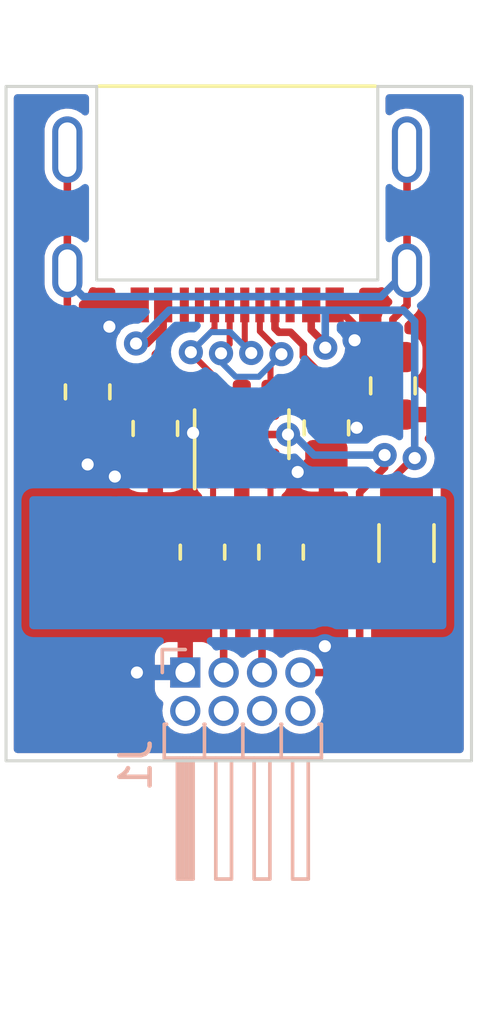
<source format=kicad_pcb>
(kicad_pcb (version 20211014) (generator pcbnew)
  (layers (0 "F.Cu" signal) (31 "B.Cu" signal) (34 "B.Paste" user) (35 "F.Paste" user) (36 "B.SilkS" user "B.Silkscreen") (37 "F.SilkS" user "F.Silkscreen") (38 "B.Mask" user) (39 "F.Mask" user) (44 "Edge.Cuts" user))
  (net 0 "")
  (net 1 "Net-(27R1-Pad1)")
  (net 2 "/d+")
  (net 3 "GND")
  (net 4 "Earth")
  (net 5 "Net-(F1-Pad1)")
  (net 6 "/vbus")
  (net 7 "Net-(R27R1-Pad1)")
  (net 8 "Net-(J2-PadA5)")
  (net 9 "/dbus+")
  (net 10 "/dbus-")
  (net 12 "Net-(J2-PadB5)")
  (net 14 "/d-")
  (footprint "Capacitor_SMD:C_0805_2012Metric" (layer "F.Cu") (at 145.61 93.13 90)
    (fp_text reference "C1" hide)
    (fp_text value "1nF")
    (fp_line (start -0.261252 -0.735) (end 0.261252 -0.735) (layer "F.SilkS") (width 0.12))
    (fp_line (start -0.261252 0.735) (end 0.261252 0.735) (layer "F.SilkS") (width 0.12))
    (pad "1" smd roundrect (at -0.95 0 90) (size 1 1.45) (layers "F.Cu" "F.Paste" "F.Mask") (net 3 "GND"))
    (pad "2" smd roundrect (at 0.95 0 90) (size 1 1.45) (layers "F.Cu" "F.Paste" "F.Mask") (net 4 "Earth"))
  )
  (footprint "Resistor_SMD:R_0805_2012Metric" (layer "F.Cu") (at 141.91 98.63 90)
    (fp_text reference "R27R1" hide)
    (fp_text value "R_Small")
    (fp_line (start -0.227064 -0.735) (end 0.227064 -0.735) (layer "F.SilkS") (width 0.12))
    (fp_line (start -0.227064 0.735) (end 0.227064 0.735) (layer "F.SilkS") (width 0.12))
    (pad "1" smd roundrect (at -0.9125 0 90) (size 1.025 1.4) (layers "F.Cu" "F.Paste" "F.Mask") (roundrect_rratio 0.243902439) (net 7 "Net-(R27R1-Pad1)"))
    (pad "2" smd roundrect (at 0.9125 0 90) (size 1.025 1.4) (layers "F.Cu" "F.Paste" "F.Mask") (roundrect_rratio 0.243902439) (net 14 "/d-"))
  )
  (footprint "Package_TO_SOT_SMD:SOT-23-6" (layer "F.Cu") (at 140.61 94.73 90)
    (fp_text reference "U1" hide)
    (fp_text value "USBLC6-2SC6")
    (fp_line (start 0 1.56) (end 0.8 1.56) (layer "F.SilkS") (width 0.12))
    (fp_line (start 0 1.56) (end -0.8 1.56) (layer "F.SilkS") (width 0.12))
    (fp_line (start 0 -1.56) (end 0.8 -1.56) (layer "F.SilkS") (width 0.12))
    (fp_line (start 0 -1.56) (end -1.8 -1.56) (layer "F.SilkS") (width 0.12))
    (pad "1" smd roundrect (at -1.1375 -0.95 90) (size 1.325 0.6) (layers "F.Cu" "F.Paste" "F.Mask") (net 2 "/d+"))
    (pad "2" smd roundrect (at -1.1375 0 90) (size 1.325 0.6) (layers "F.Cu" "F.Paste" "F.Mask") (net 3 "GND"))
    (pad "3" smd roundrect (at -1.1375 0.95 90) (size 1.325 0.6) (layers "F.Cu" "F.Paste" "F.Mask") (net 14 "/d-"))
    (pad "4" smd roundrect (at 1.1375 0.95 90) (size 1.325 0.6) (layers "F.Cu" "F.Paste" "F.Mask") (net 10 "/dbus-"))
    (pad "5" smd roundrect (at 1.1375 0 90) (size 1.325 0.6) (layers "F.Cu" "F.Paste" "F.Mask") (net 6 "/vbus"))
    (pad "6" smd roundrect (at 1.1375 -0.95 90) (size 1.325 0.6) (layers "F.Cu" "F.Paste" "F.Mask") (net 9 "/dbus+"))
  )
  (footprint "Fuse:Fuse_1206_3216Metric" (layer "F.Cu") (at 146.06 98.33 -90)
    (fp_text reference "F1" hide)
    (fp_text value "500mA")
    (fp_line (start -0.602064 0.91) (end 0.602064 0.91) (layer "F.SilkS") (width 0.12))
    (fp_line (start -0.602064 -0.91) (end 0.602064 -0.91) (layer "F.SilkS") (width 0.12))
    (pad "1" smd roundrect (at -1.4 0 270) (size 1.25 1.75) (layers "F.Cu" "F.Paste" "F.Mask") (roundrect_rratio 0.2) (net 5 "Net-(F1-Pad1)"))
    (pad "2" smd roundrect (at 1.4 0 270) (size 1.25 1.75) (layers "F.Cu" "F.Paste" "F.Mask") (roundrect_rratio 0.2) (net 6 "/vbus"))
  )
  (footprint "Resistor_SMD:R_0805_2012Metric_Pad1.20x1.40mm_HandSolder" (layer "F.Cu") (at 143.41 94.52 -90)
    (fp_text reference "R1" hide)
    (fp_text value "5.1k")
    (fp_line (start -0.227064 -0.735) (end 0.227064 -0.735) (layer "F.SilkS") (width 0.12))
    (fp_line (start -0.227064 0.735) (end 0.227064 0.735) (layer "F.SilkS") (width 0.12))
    (pad "1" smd roundrect (at -1 0 270) (size 1.2 1.4) (layers "F.Cu" "F.Paste" "F.Mask") (roundrect_rratio 0.2083333333) (net 8 "Net-(J2-PadA5)"))
    (pad "2" smd roundrect (at 1 0 270) (size 1.2 1.4) (layers "F.Cu" "F.Paste" "F.Mask") (roundrect_rratio 0.2083333333) (net 3 "GND"))
  )
  (footprint "Resistor_SMD:R_0805_2012Metric" (layer "F.Cu") (at 139.31 98.63 90)
    (fp_text reference "27R1" hide)
    (fp_text value "R_Small")
    (fp_line (start -0.227064 0.735) (end 0.227064 0.735) (layer "F.SilkS") (width 0.12))
    (fp_line (start -0.227064 -0.735) (end 0.227064 -0.735) (layer "F.SilkS") (width 0.12))
    (pad "1" smd roundrect (at -0.9125 0 90) (size 1.025 1.4) (layers "F.Cu" "F.Paste" "F.Mask") (roundrect_rratio 0.243902439) (net 1 "Net-(27R1-Pad1)"))
    (pad "2" smd roundrect (at 0.9125 0 90) (size 1.025 1.4) (layers "F.Cu" "F.Paste" "F.Mask") (roundrect_rratio 0.243902439) (net 2 "/d+"))
  )
  (footprint "Resistor_SMD:R_0805_2012Metric_Pad1.20x1.40mm_HandSolder" (layer "F.Cu") (at 135.51 93.33 -90)
    (fp_text reference "R3" hide)
    (fp_text value "1M")
    (fp_line (start -0.227064 0.735) (end 0.227064 0.735) (layer "F.SilkS") (width 0.12))
    (fp_line (start -0.227064 -0.735) (end 0.227064 -0.735) (layer "F.SilkS") (width 0.12))
    (pad "1" smd roundrect (at -1 0 270) (size 1.2 1.4) (layers "F.Cu" "F.Paste" "F.Mask") (roundrect_rratio 0.2083333333) (net 4 "Earth"))
    (pad "2" smd roundrect (at 1 0 270) (size 1.2 1.4) (layers "F.Cu" "F.Paste" "F.Mask") (roundrect_rratio 0.2083333333) (net 3 "GND"))
  )
  (footprint "Resistor_SMD:R_0805_2012Metric_Pad1.20x1.40mm_HandSolder" (layer "F.Cu") (at 137.75 94.54 -90)
    (fp_text reference "R2" hide)
    (fp_text value "5.1k")
    (fp_line (start -0.227064 0.735) (end 0.227064 0.735) (layer "F.SilkS") (width 0.12))
    (fp_line (start -0.227064 -0.735) (end 0.227064 -0.735) (layer "F.SilkS") (width 0.12))
    (pad "1" smd roundrect (at -1 0 270) (size 1.2 1.4) (layers "F.Cu" "F.Paste" "F.Mask") (roundrect_rratio 0.2083333333) (net 12 "Net-(J2-PadB5)"))
    (pad "2" smd roundrect (at 1 0 270) (size 1.2 1.4) (layers "F.Cu" "F.Paste" "F.Mask") (roundrect_rratio 0.2083333333) (net 3 "GND"))
  )
  (footprint "weteor:USB-C-12-Pin-MidMount" (layer "F.Cu") (at 140.45825 83.22)
    (fp_text reference "J2" hide)
    (fp_text value "USB_C Main")
    (fp_line (start 4.572 0) (end -4.572 0) (layer "F.SilkS") (width 0.12))
    (pad "A1" smd rect (at 3.225 7.235) (size 0.6 1.15) (layers "F.Cu" "F.Paste" "F.Mask") (net 3 "GND"))
    (pad "A4" smd rect (at 2.45 7.235) (size 0.6 1.15) (layers "F.Cu" "F.Paste" "F.Mask") (net 5 "Net-(F1-Pad1)"))
    (pad "A5" smd rect (at 1.25 7.235) (size 0.3 1.15) (layers "F.Cu" "F.Paste" "F.Mask") (net 8 "Net-(J2-PadA5)"))
    (pad "A6" smd rect (at 0.25 7.235) (size 0.3 1.15) (layers "F.Cu" "F.Paste" "F.Mask") (net 9 "/dbus+"))
    (pad "A7" smd rect (at -0.25 7.235) (size 0.3 1.15) (layers "F.Cu" "F.Paste" "F.Mask") (net 10 "/dbus-"))
    (pad "A8" smd rect (at -1.25 7.235) (size 0.3 1.15) (layers "F.Cu" "F.Paste" "F.Mask"))
    (pad "A9" smd rect (at -2.45 7.235) (size 0.6 1.15) (layers "F.Cu" "F.Paste" "F.Mask") (net 5 "Net-(F1-Pad1)"))
    (pad "A12" smd rect (at -3.225 7.235) (size 0.6 1.15) (layers "F.Cu" "F.Paste" "F.Mask") (net 3 "GND"))
    (pad "B1" smd rect (at -3.225 7.235) (size 0.6 1.15) (layers "F.Cu" "F.Paste" "F.Mask") (net 3 "GND"))
    (pad "B4" smd rect (at -2.45 7.235) (size 0.6 1.15) (layers "F.Cu" "F.Paste" "F.Mask") (net 5 "Net-(F1-Pad1)"))
    (pad "B5" smd rect (at -1.75 7.235) (size 0.3 1.15) (layers "F.Cu" "F.Paste" "F.Mask") (net 12 "Net-(J2-PadB5)"))
    (pad "B6" smd rect (at -0.75 7.235) (size 0.3 1.15) (layers "F.Cu" "F.Paste" "F.Mask") (net 9 "/dbus+"))
    (pad "B7" smd rect (at 0.75 7.235) (size 0.3 1.15) (layers "F.Cu" "F.Paste" "F.Mask") (net 10 "/dbus-"))
    (pad "B8" smd rect (at 1.75 7.235) (size 0.3 1.15) (layers "F.Cu" "F.Paste" "F.Mask"))
    (pad "B9" smd rect (at 2.45 7.235) (size 0.6 1.15) (layers "F.Cu" "F.Paste" "F.Mask") (net 5 "Net-(F1-Pad1)"))
    (pad "B12" smd rect (at 3.225 7.235) (size 0.6 1.15) (layers "F.Cu" "F.Paste" "F.Mask") (net 3 "GND"))
    (pad "S1" thru_hole oval (at -5.62 2.1) (size 1 2.2) (drill oval 0.6 1.8) (layers *.Cu *.Mask) (net 4 "Earth"))
    (pad "S1" thru_hole oval (at 5.62 6.1) (size 1 1.8) (drill oval 0.6 1.4) (layers *.Cu *.Mask) (net 4 "Earth"))
    (pad "S1" thru_hole oval (at -5.62 6.1) (size 1 1.8) (drill oval 0.6 1.4) (layers *.Cu *.Mask) (net 4 "Earth"))
    (pad "S1" thru_hole oval (at 5.62 2.1) (size 1 2.2) (drill oval 0.6 1.8) (layers *.Cu *.Mask) (net 4 "Earth"))
  )
  (footprint "Connector_PinHeader_1.27mm:PinHeader_2x04_P1.27mm_Horizontal" (layer "B.Cu") (at 138.74 102.61 -90)
    (fp_text reference "J1" (at 3.0675 1.635 90) (layer "B.SilkS") (effects (justify mirror)))
    (fp_text value "Conn_02x04_Odd_Even")
    (fp_line (start 2.83 -4.505) (end 1.71 -4.505) (layer "B.SilkS") (width 0.12))
    (fp_line (start 1.71 -1.905) (end 2.83 -1.905) (layer "B.SilkS") (width 0.12))
    (fp_line (start 1.71 -4.505) (end 1.71 -4.429677) (layer "B.SilkS") (width 0.12))
    (fp_line (start 2.83 0.695) (end 2.83 -4.505) (layer "B.SilkS") (width 0.12))
    (fp_line (start 6.83 -2.28) (end 6.83 -2.8) (layer "B.SilkS") (width 0.12))
    (fp_line (start 6.83 -2.8) (end 2.83 -2.8) (layer "B.SilkS") (width 0.12))
    (fp_line (start 2.83 -3.55) (end 6.83 -3.55) (layer "B.SilkS") (width 0.12))
    (fp_line (start 6.83 -3.55) (end 6.83 -4.07) (layer "B.SilkS") (width 0.12))
    (fp_line (start 1.71 -0.635) (end 2.83 -0.635) (layer "B.SilkS") (width 0.12))
    (fp_line (start 6.83 0.26) (end 6.83 -0.26) (layer "B.SilkS") (width 0.12))
    (fp_line (start 1.71 -1.889677) (end 1.71 -1.920323) (layer "B.SilkS") (width 0.12))
    (fp_line (start 2.83 -0.16) (end 6.83 -0.16) (layer "B.SilkS") (width 0.12))
    (fp_line (start -0.76 0.76) (end 0 0.76) (layer "B.SilkS") (width 0.12))
    (fp_line (start 1.71 0.695) (end 2.83 0.695) (layer "B.SilkS") (width 0.12))
    (fp_line (start 2.83 0.2) (end 6.83 0.2) (layer "B.SilkS") (width 0.12))
    (fp_line (start 2.83 -2.28) (end 6.83 -2.28) (layer "B.SilkS") (width 0.12))
    (fp_line (start 6.83 -1.01) (end 6.83 -1.53) (layer "B.SilkS") (width 0.12))
    (fp_line (start 1.71 -0.619677) (end 1.71 -0.650323) (layer "B.SilkS") (width 0.12))
    (fp_line (start 6.83 -4.07) (end 2.83 -4.07) (layer "B.SilkS") (width 0.12))
    (fp_line (start 2.83 0.08) (end 6.83 0.08) (layer "B.SilkS") (width 0.12))
    (fp_line (start -0.76 0) (end -0.76 0.76) (layer "B.SilkS") (width 0.12))
    (fp_line (start 6.83 -1.53) (end 2.83 -1.53) (layer "B.SilkS") (width 0.12))
    (fp_line (start 1.71 -3.159677) (end 1.71 -3.190323) (layer "B.SilkS") (width 0.12))
    (fp_line (start 2.83 0.26) (end 6.83 0.26) (layer "B.SilkS") (width 0.12))
    (fp_line (start 6.83 -0.26) (end 2.83 -0.26) (layer "B.SilkS") (width 0.12))
    (fp_line (start 1.71 0.619677) (end 1.71 0.695) (layer "B.SilkS") (width 0.12))
    (fp_line (start 1.71 -3.175) (end 2.83 -3.175) (layer "B.SilkS") (width 0.12))
    (fp_line (start 2.83 -1.01) (end 6.83 -1.01) (layer "B.SilkS") (width 0.12))
    (fp_line (start 2.83 -0.04) (end 6.83 -0.04) (layer "B.SilkS") (width 0.12))
    (pad "1" thru_hole rect (at 0 0 270) (size 1 1) (drill 0.65) (layers *.Cu *.Mask) (net 3 "GND"))
    (pad "2" thru_hole oval (at 1.27 0 270) (size 1 1) (drill 0.65) (layers *.Cu *.Mask))
    (pad "3" thru_hole oval (at 0 -1.27 270) (size 1 1) (drill 0.65) (layers *.Cu *.Mask) (net 1 "Net-(27R1-Pad1)"))
    (pad "4" thru_hole oval (at 1.27 -1.27 270) (size 1 1) (drill 0.65) (layers *.Cu *.Mask))
    (pad "5" thru_hole oval (at 0 -2.54 270) (size 1 1) (drill 0.65) (layers *.Cu *.Mask) (net 7 "Net-(R27R1-Pad1)"))
    (pad "6" thru_hole oval (at 1.27 -2.54 270) (size 1 1) (drill 0.65) (layers *.Cu *.Mask))
    (pad "7" thru_hole oval (at 0 -3.81 270) (size 1 1) (drill 0.65) (layers *.Cu *.Mask) (net 6 "/vbus"))
    (pad "8" thru_hole oval (at 1.27 -3.81 270) (size 1 1) (drill 0.65) (layers *.Cu *.Mask))
  )
  (gr_line (start 145.11 89.63) (end 145.11 83.23) (layer "Edge.Cuts") (width 0.1))
  (gr_line (start 135.81 89.63) (end 145.11 89.63) (layer "Edge.Cuts") (width 0.1))
  (gr_line (start 145.11 83.23) (end 148.21 83.23) (layer "Edge.Cuts") (width 0.1))
  (gr_line (start 132.81 105.53) (end 132.81 83.23) (layer "Edge.Cuts") (width 0.1))
  (gr_line (start 148.21 83.23) (end 148.21 105.53) (layer "Edge.Cuts") (width 0.1))
  (gr_line (start 148.21 105.53) (end 132.81 105.53) (layer "Edge.Cuts") (width 0.1))
  (gr_line (start 135.81 83.23) (end 135.81 89.63) (layer "Edge.Cuts") (width 0.1))
  (gr_line (start 132.81 83.23) (end 135.81 83.23) (layer "Edge.Cuts") (width 0.1))
  (segment (start 140.01 100.2425) (end 140.01 102.61) (width 0.25) (layer "F.Cu") (net 1))
  (segment (start 139.31 99.5425) (end 140.01 100.2425) (width 0.25) (layer "F.Cu") (net 1))
  (segment (start 139.66 97.3675) (end 139.31 97.7175) (width 0.2) (layer "F.Cu") (net 2))
  (segment (start 139.66 95.8675) (end 139.66 97.3675) (width 0.2) (layer "F.Cu") (net 2))
  (segment (start 137.16 96.13) (end 137.75 95.54) (width 0.25) (layer "F.Cu") (net 3))
  (segment (start 136.228636 91.174093) (end 136.947729 90.455) (width 0.25) (layer "F.Cu") (net 3))
  (segment (start 135.51 94.33) (end 135.51 95.73) (width 0.25) (layer "F.Cu") (net 3))
  (segment (start 144.342783 91.114533) (end 143.68325 90.455) (width 0.25) (layer "F.Cu") (net 3))
  (segment (start 138.998638 94.685882) (end 139.192756 94.88) (width 0.25) (layer "F.Cu") (net 3))
  (segment (start 136.947729 90.455) (end 137.23325 90.455) (width 0.25) (layer "F.Cu") (net 3))
  (segment (start 142.9195 95.52) (end 143.41 95.52) (width 0.25) (layer "F.Cu") (net 3))
  (segment (start 144.41199 94.515724) (end 145.174276 94.515724) (width 0.25) (layer "F.Cu") (net 3))
  (segment (start 139.192756 94.88) (end 140.006751 94.88) (width 0.25) (layer "F.Cu") (net 3))
  (segment (start 145.174276 94.515724) (end 145.61 94.08) (width 0.25) (layer "F.Cu") (net 3))
  (segment (start 136.41 96.13) (end 137.16 96.13) (width 0.25) (layer "F.Cu") (net 3))
  (segment (start 140.006751 94.88) (end 140.61 95.483249) (width 0.25) (layer "F.Cu") (net 3))
  (segment (start 144.342783 91.623335) (end 144.342783 91.114533) (width 0.25) (layer "F.Cu") (net 3))
  (segment (start 142.4595 95.98) (end 142.9195 95.52) (width 0.25) (layer "F.Cu") (net 3))
  (segment (start 140.61 95.483249) (end 140.61 95.8675) (width 0.25) (layer "F.Cu") (net 3))
  (via (at 144.342783 91.623335) (size 0.8) (drill 0.4) (layers "F.Cu" "B.Cu") (net 3))
  (via (at 137.14 102.61) (size 0.8) (drill 0.4) (layers "F.Cu" "B.Cu") (net 3))
  (via (at 144.41199 94.515724) (size 0.8) (drill 0.4) (layers "F.Cu" "B.Cu") (net 3))
  (via (at 143.36 101.74) (size 0.8) (drill 0.4) (layers "F.Cu" "B.Cu") (net 3))
  (via (at 135.51 95.73) (size 0.8) (drill 0.4) (layers "F.Cu" "B.Cu") (net 3))
  (via (at 136.228636 91.174093) (size 0.8) (drill 0.4) (layers "F.Cu" "B.Cu") (net 3))
  (via (at 136.41 96.13) (size 0.8) (drill 0.4) (layers "F.Cu" "B.Cu") (net 3))
  (via (at 142.4595 95.98) (size 0.8) (drill 0.4) (layers "F.Cu" "B.Cu") (net 3))
  (via (at 138.998638 94.685882) (size 0.8) (drill 0.4) (layers "F.Cu" "B.Cu") (net 3))
  (segment (start 134.83825 85.32) (end 134.83825 89.32) (width 0.25) (layer "F.Cu") (net 4))
  (segment (start 146.07825 85.32) (end 146.07825 89.32) (width 0.25) (layer "F.Cu") (net 4))
  (segment (start 145.61 92.18) (end 145.61 90.93) (width 0.25) (layer "F.Cu") (net 4))
  (segment (start 135.51 92.33) (end 135.51 91.43) (width 0.25) (layer "F.Cu") (net 4))
  (segment (start 146.07825 90.46175) (end 146.07825 89.32) (width 0.25) (layer "F.Cu") (net 4))
  (segment (start 145.61 90.93) (end 146.07825 90.46175) (width 0.25) (layer "F.Cu") (net 4))
  (segment (start 134.83825 90.75825) (end 134.83825 89.32) (width 0.25) (layer "F.Cu") (net 4))
  (segment (start 135.51 91.43) (end 134.83825 90.75825) (width 0.25) (layer "F.Cu") (net 4))
  (segment (start 135.36 90.18) (end 145.21825 90.18) (width 0.25) (layer "B.Cu") (net 4))
  (segment (start 134.83825 89.65825) (end 135.36 90.18) (width 0.25) (layer "B.Cu") (net 4))
  (segment (start 145.21825 90.18) (end 146.07825 89.32) (width 0.25) (layer "B.Cu") (net 4))
  (segment (start 134.83825 89.32) (end 134.83825 89.65825) (width 0.25) (layer "B.Cu") (net 4))
  (segment (start 138.00825 90.455) (end 138.00825 91.195354) (width 0.25) (layer "F.Cu") (net 5))
  (segment (start 146.33098 95.518074) (end 146.108354 95.7407) (width 0.25) (layer "F.Cu") (net 5))
  (segment (start 145.61 96.1902) (end 145.61 96.93) (width 0.25) (layer "F.Cu") (net 5))
  (segment (start 146.0595 95.7407) (end 145.61 96.1902) (width 0.25) (layer "F.Cu") (net 5))
  (segment (start 143.372299 91.867701) (end 143.372299 91.744049) (width 0.25) (layer "F.Cu") (net 5))
  (segment (start 138.00825 91.195354) (end 137.473604 91.73) (width 0.25) (layer "F.Cu") (net 5))
  (segment (start 137.473604 91.73) (end 137.11 91.73) (width 0.25) (layer "F.Cu") (net 5))
  (segment (start 142.90825 91.28) (end 142.90825 90.455) (width 0.25) (layer "F.Cu") (net 5))
  (segment (start 143.372299 91.744049) (end 142.90825 91.28) (width 0.25) (layer "F.Cu") (net 5))
  (segment (start 146.108354 95.7407) (end 146.0595 95.7407) (width 0.25) (layer "F.Cu") (net 5))
  (via (at 146.33098 95.518074) (size 0.8) (drill 0.4) (layers "F.Cu" "B.Cu") (net 5))
  (via (at 137.11 91.73) (size 0.8) (drill 0.4) (layers "F.Cu" "B.Cu") (net 5))
  (via (at 143.372299 91.867701) (size 0.8) (drill 0.4) (layers "F.Cu" "B.Cu") (net 5))
  (segment (start 143.372299 91.867701) (end 143.372299 90.63) (width 0.25) (layer "B.Cu") (net 5))
  (segment (start 146.33098 91.00098) (end 146.33098 95.518074) (width 0.25) (layer "B.Cu") (net 5))
  (segment (start 138.21 90.63) (end 137.11 91.73) (width 0.25) (layer "B.Cu") (net 5))
  (segment (start 143.372299 90.63) (end 142.534598 90.63) (width 0.25) (layer "B.Cu") (net 5))
  (segment (start 142.534598 90.63) (end 145.96 90.63) (width 0.25) (layer "B.Cu") (net 5))
  (segment (start 145.96 90.63) (end 146.33098 91.00098) (width 0.25) (layer "B.Cu") (net 5))
  (segment (start 142.534598 90.63) (end 138.21 90.63) (width 0.25) (layer "B.Cu") (net 5))
  (segment (start 141.373203 94.739954) (end 140.61 93.976751) (width 0.25) (layer "F.Cu") (net 6))
  (segment (start 143.71 102.61) (end 144.51 101.81) (width 0.25) (layer "F.Cu") (net 6))
  (segment (start 142.138334 94.739954) (end 141.373203 94.739954) (width 0.25) (layer "F.Cu") (net 6))
  (segment (start 144.51 96.653804) (end 144.51 99.75) (width 0.25) (layer "F.Cu") (net 6))
  (segment (start 146.06 99.73) (end 144.53 99.73) (width 0.25) (layer "F.Cu") (net 6))
  (segment (start 144.51 99.75) (end 144.51 101.81) (width 0.25) (layer "F.Cu") (net 6))
  (segment (start 140.61 93.976751) (end 140.61 93.5925) (width 0.25) (layer "F.Cu") (net 6))
  (segment (start 142.55 102.61) (end 143.71 102.61) (width 0.25) (layer "F.Cu") (net 6))
  (segment (start 145.336436 95.827368) (end 144.51 96.653804) (width 0.25) (layer "F.Cu") (net 6))
  (segment (start 144.53 99.73) (end 144.51 99.75) (width 0.25) (layer "F.Cu") (net 6))
  (segment (start 145.336436 95.418644) (end 145.336436 95.827368) (width 0.25) (layer "F.Cu") (net 6))
  (via (at 142.138334 94.739954) (size 0.8) (drill 0.4) (layers "F.Cu" "B.Cu") (net 6))
  (via (at 145.336436 95.418644) (size 0.8) (drill 0.4) (layers "F.Cu" "B.Cu") (net 6))
  (segment (start 145.33508 95.42) (end 143 95.42) (width 0.25) (layer "B.Cu") (net 6))
  (segment (start 142.319954 94.739954) (end 142.138334 94.739954) (width 0.25) (layer "B.Cu") (net 6))
  (segment (start 143 95.42) (end 142.319954 94.739954) (width 0.25) (layer "B.Cu") (net 6))
  (segment (start 145.336436 95.418644) (end 145.33508 95.42) (width 0.25) (layer "B.Cu") (net 6))
  (segment (start 141.91 99.5425) (end 141.28 100.1725) (width 0.25) (layer "F.Cu") (net 7))
  (segment (start 141.28 100.1725) (end 141.28 102.61) (width 0.25) (layer "F.Cu") (net 7))
  (segment (start 142.646547 91.783172) (end 142.646547 92.166547) (width 0.25) (layer "F.Cu") (net 8))
  (segment (start 142.221852 91.358477) (end 142.646547 91.783172) (width 0.25) (layer "F.Cu") (net 8))
  (segment (start 143.41 92.93) (end 143.41 93.52) (width 0.25) (layer "F.Cu") (net 8))
  (segment (start 141.838477 91.358477) (end 142.221852 91.358477) (width 0.25) (layer "F.Cu") (net 8))
  (segment (start 141.70825 91.22825) (end 141.838477 91.358477) (width 0.25) (layer "F.Cu") (net 8))
  (segment (start 141.70825 90.455) (end 141.70825 91.22825) (width 0.25) (layer "F.Cu") (net 8))
  (segment (start 142.646547 92.166547) (end 143.41 92.93) (width 0.25) (layer "F.Cu") (net 8))
  (segment (start 140.70825 91.829518) (end 140.922821 92.044089) (width 0.2) (layer "F.Cu") (net 9))
  (segment (start 138.924508 92.045214) (end 139.66 92.780706) (width 0.2) (layer "F.Cu") (net 9))
  (segment (start 140.70825 90.455) (end 140.70825 91.829518) (width 0.2) (layer "F.Cu") (net 9))
  (segment (start 139.662886 91.28) (end 138.924508 92.018378) (width 0.2) (layer "F.Cu") (net 9))
  (segment (start 139.70825 90.455) (end 139.70825 91.28) (width 0.2) (layer "F.Cu") (net 9))
  (segment (start 138.924508 92.018378) (end 138.924508 92.045214) (width 0.2) (layer "F.Cu") (net 9))
  (segment (start 139.66 92.780706) (end 139.66 93.5925) (width 0.2) (layer "F.Cu") (net 9))
  (segment (start 139.70825 91.28) (end 139.662886 91.28) (width 0.2) (layer "F.Cu") (net 9))
  (via (at 140.922821 92.044089) (size 0.8) (drill 0.4) (layers "F.Cu" "B.Cu") (net 9))
  (via (at 138.924508 92.018378) (size 0.8) (drill 0.4) (layers "F.Cu" "B.Cu") (net 9))
  (segment (start 140.232857 91.354125) (end 139.588761 91.354125) (width 0.2) (layer "B.Cu") (net 9))
  (segment (start 140.922821 92.044089) (end 140.232857 91.354125) (width 0.2) (layer "B.Cu") (net 9))
  (segment (start 139.588761 91.354125) (end 138.924508 92.018378) (width 0.2) (layer "B.Cu") (net 9))
  (segment (start 141.921547 92.042587) (end 141.20825 91.32929) (width 0.2) (layer "F.Cu") (net 10))
  (segment (start 139.923369 92.054125) (end 139.923369 92.033399) (width 0.2) (layer "F.Cu") (net 10))
  (segment (start 141.921547 92.083477) (end 141.56 92.445024) (width 0.2) (layer "F.Cu") (net 10))
  (segment (start 139.923369 92.033399) (end 140.20825 91.748518) (width 0.2) (layer "F.Cu") (net 10))
  (segment (start 141.921547 92.083477) (end 141.921547 92.042587) (width 0.2) (layer "F.Cu") (net 10))
  (segment (start 141.56 92.445024) (end 141.56 93.5925) (width 0.2) (layer "F.Cu") (net 10))
  (segment (start 141.20825 91.32929) (end 141.20825 90.455) (width 0.2) (layer "F.Cu") (net 10))
  (segment (start 140.20825 91.748518) (end 140.20825 90.455) (width 0.2) (layer "F.Cu") (net 10))
  (via (at 139.923369 92.054125) (size 0.8) (drill 0.4) (layers "F.Cu" "B.Cu") (net 10))
  (via (at 141.921547 92.083477) (size 0.8) (drill 0.4) (layers "F.Cu" "B.Cu") (net 10))
  (segment (start 141.175024 92.83) (end 140.41 92.83) (width 0.2) (layer "B.Cu") (net 10))
  (segment (start 139.923369 92.343369) (end 139.923369 92.054125) (width 0.2) (layer "B.Cu") (net 10))
  (segment (start 140.41 92.83) (end 139.923369 92.343369) (width 0.2) (layer "B.Cu") (net 10))
  (segment (start 141.921547 92.083477) (end 141.175024 92.83) (width 0.2) (layer "B.Cu") (net 10))
  (segment (start 137.75 92.09) (end 137.75 93.54) (width 0.25) (layer "F.Cu") (net 12))
  (segment (start 138.70825 91.13175) (end 137.75 92.09) (width 0.25) (layer "F.Cu") (net 12))
  (segment (start 138.70825 90.455) (end 138.70825 91.13175) (width 0.25) (layer "F.Cu") (net 12))
  (segment (start 141.56 97.3675) (end 141.91 97.7175) (width 0.2) (layer "F.Cu") (net 14))
  (segment (start 141.56 95.8675) (end 141.56 97.3675) (width 0.2) (layer "F.Cu") (net 14))
  (zone (net 3) (net_name "GND") (layers F&B.Cu) (connect_pads (clearance 0.254)) (min_thickness 0.254) (fill yes (thermal_gap 0.508) (thermal_bridge_width 0.508))
    (polygon (pts (xy 148.81 107.53) (xy 132.61 107.53) (xy 132.61 82.66) (xy 148.81 82.66)))
  )
  (zone (net 0) (net_name "") (layer "B.Cu") (priority 1) (connect_pads (clearance 0.254)) (min_thickness 0.254) (fill yes (thermal_gap 0.508) (thermal_bridge_width 0.508))
    (polygon (pts (xy 147.38 101.18) (xy 133.58 101.18) (xy 133.58 96.78) (xy 147.38 96.78)))
  )
)
</source>
